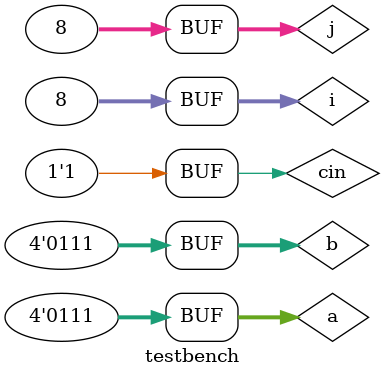
<source format=v>
module testbench();

	reg [3:0] a;
	reg [3:0] b;
	reg cin;
	
	wire cout;
	wire [3:0] sum;
	
	integer i,j;
	
	four_bit_ripple_str FOURBITADDER(
	.a(a),
	.b(b),
	.cin(cin),
	.cout(cout),
	.sum(sum)
	);
	
	initial begin
		$monitor("a = %b, b = %b, cin = %b, sum = %b, cout = %b ", a, b, cin, sum, cout);
	end
	
	initial begin 
		for (i = 0; i < 8; i=i+1) begin
			for (j = 0; j < 8; j=j+1) begin
				#1; a = i; b = j; cin = 0;
			end
		end
		#1; cin = 1;
	end

endmodule
</source>
